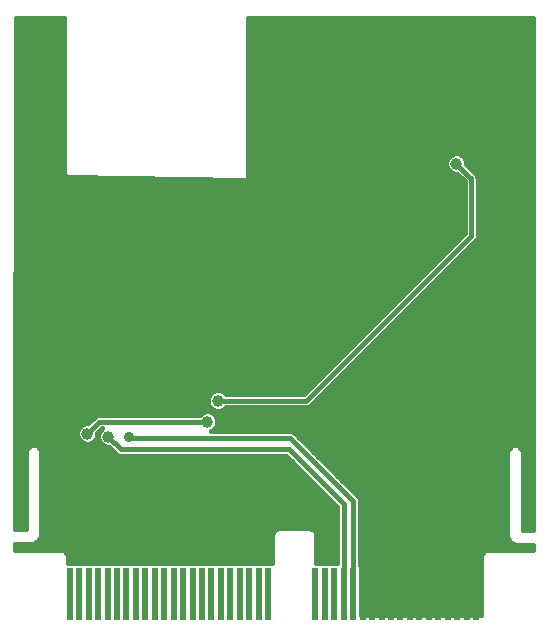
<source format=gbl>
G75*
%MOIN*%
%OFA0B0*%
%FSLAX25Y25*%
%IPPOS*%
%LPD*%
%AMOC8*
5,1,8,0,0,1.08239X$1,22.5*
%
%ADD10R,0.02362X0.17717*%
%ADD11C,0.03962*%
%ADD12C,0.01600*%
%ADD13C,0.03569*%
D10*
X0022650Y0014449D03*
X0025799Y0014449D03*
X0028949Y0014449D03*
X0032098Y0014449D03*
X0035248Y0014449D03*
X0038398Y0014449D03*
X0041547Y0014449D03*
X0044697Y0014449D03*
X0047846Y0014449D03*
X0050996Y0014449D03*
X0054146Y0014449D03*
X0057295Y0014449D03*
X0060445Y0014449D03*
X0063594Y0014449D03*
X0066744Y0014449D03*
X0069894Y0014449D03*
X0073043Y0014449D03*
X0076193Y0014449D03*
X0079343Y0014449D03*
X0082492Y0014449D03*
X0085642Y0014449D03*
X0088791Y0014449D03*
X0104539Y0014449D03*
X0107689Y0014449D03*
X0110839Y0014449D03*
X0113988Y0014449D03*
X0117138Y0014449D03*
X0120287Y0014449D03*
X0123437Y0014449D03*
X0126587Y0014449D03*
X0129736Y0014449D03*
X0132886Y0014449D03*
X0136035Y0014449D03*
X0139185Y0014449D03*
X0142335Y0014449D03*
X0145484Y0014449D03*
X0148634Y0014449D03*
X0151783Y0014449D03*
X0154933Y0014449D03*
X0158083Y0014449D03*
D11*
X0163500Y0038000D03*
X0163500Y0051000D03*
X0163500Y0065000D03*
X0163500Y0078000D03*
X0148500Y0078000D03*
X0148500Y0065000D03*
X0148500Y0051000D03*
X0148500Y0038000D03*
X0148500Y0099000D03*
X0162500Y0099000D03*
X0162500Y0121000D03*
X0151500Y0121000D03*
X0146500Y0138000D03*
X0151500Y0158000D03*
X0149500Y0169500D03*
X0149500Y0184500D03*
X0149500Y0199500D03*
X0134500Y0199500D03*
X0134500Y0184500D03*
X0134500Y0169500D03*
X0119500Y0169500D03*
X0119500Y0184500D03*
X0119500Y0199500D03*
X0106500Y0145000D03*
X0119505Y0132581D03*
X0085500Y0108000D03*
X0075500Y0108000D03*
X0073900Y0118600D03*
X0071500Y0130000D03*
X0072700Y0141700D03*
X0064500Y0108000D03*
X0075500Y0096000D03*
X0072100Y0079000D03*
X0068500Y0072000D03*
X0037500Y0044000D03*
X0035500Y0067000D03*
X0028500Y0068000D03*
X0035500Y0083000D03*
D12*
X0031589Y0074200D02*
X0028770Y0071381D01*
X0027827Y0071381D01*
X0026585Y0070866D01*
X0025634Y0069915D01*
X0025119Y0068673D01*
X0025119Y0067327D01*
X0025634Y0066085D01*
X0026585Y0065134D01*
X0027827Y0064619D01*
X0029173Y0064619D01*
X0030415Y0065134D01*
X0031366Y0066085D01*
X0031881Y0067327D01*
X0031881Y0068270D01*
X0033411Y0069800D01*
X0033518Y0069800D01*
X0032634Y0068915D01*
X0032119Y0067673D01*
X0032119Y0066327D01*
X0032634Y0065085D01*
X0033585Y0064134D01*
X0034827Y0063619D01*
X0035770Y0063619D01*
X0038789Y0060600D01*
X0094689Y0060600D01*
X0111788Y0043501D01*
X0111788Y0024707D01*
X0104727Y0024707D01*
X0104727Y0034444D01*
X0104339Y0035381D01*
X0103622Y0036099D01*
X0102684Y0036487D01*
X0092221Y0036487D01*
X0091284Y0036099D01*
X0090567Y0035381D01*
X0090178Y0034444D01*
X0090178Y0024707D01*
X0022050Y0024707D01*
X0022050Y0027200D01*
X0021662Y0028137D01*
X0020944Y0028855D01*
X0020007Y0029243D01*
X0004564Y0029243D01*
X0004565Y0031190D01*
X0010460Y0031190D01*
X0012192Y0032190D01*
X0013192Y0033922D01*
X0013192Y0062082D01*
X0012804Y0063019D01*
X0012086Y0063737D01*
X0011149Y0064125D01*
X0010134Y0064125D01*
X0009197Y0063737D01*
X0008480Y0063019D01*
X0008092Y0062082D01*
X0008092Y0036290D01*
X0004570Y0036290D01*
X0004737Y0206602D01*
X0020900Y0206611D01*
X0020900Y0155014D01*
X0020889Y0154365D01*
X0020900Y0154353D01*
X0020900Y0154337D01*
X0021359Y0153878D01*
X0021810Y0153412D01*
X0021826Y0153411D01*
X0021837Y0153400D01*
X0022486Y0153400D01*
X0079826Y0152411D01*
X0079837Y0152400D01*
X0080486Y0152400D01*
X0081135Y0152389D01*
X0081147Y0152400D01*
X0081163Y0152400D01*
X0081622Y0152859D01*
X0082088Y0153310D01*
X0082089Y0153326D01*
X0082100Y0153337D01*
X0082100Y0153986D01*
X0082111Y0154635D01*
X0082100Y0154647D01*
X0082100Y0206646D01*
X0177200Y0206699D01*
X0177200Y0035896D01*
X0173625Y0035896D01*
X0173625Y0062082D01*
X0173237Y0063019D01*
X0172519Y0063737D01*
X0171582Y0064125D01*
X0170568Y0064125D01*
X0169630Y0063737D01*
X0168913Y0063019D01*
X0168525Y0062082D01*
X0168525Y0033528D01*
X0169525Y0031796D01*
X0171256Y0030796D01*
X0177200Y0030796D01*
X0177200Y0029243D01*
X0161709Y0029243D01*
X0160772Y0028855D01*
X0160055Y0028137D01*
X0159667Y0027200D01*
X0159667Y0007550D01*
X0119719Y0007550D01*
X0119719Y0023887D01*
X0119338Y0024268D01*
X0119338Y0046473D01*
X0098300Y0067511D01*
X0097011Y0068800D01*
X0069610Y0068800D01*
X0070415Y0069134D01*
X0071366Y0070085D01*
X0071881Y0071327D01*
X0071881Y0072673D01*
X0071366Y0073915D01*
X0070415Y0074866D01*
X0069173Y0075381D01*
X0067827Y0075381D01*
X0066585Y0074866D01*
X0065918Y0074200D01*
X0031589Y0074200D01*
X0030489Y0073100D02*
X0004606Y0073100D01*
X0004605Y0071502D02*
X0028890Y0071502D01*
X0028500Y0068000D02*
X0032500Y0072000D01*
X0068500Y0072000D01*
X0066417Y0074699D02*
X0004608Y0074699D01*
X0004609Y0076297D02*
X0070021Y0076297D01*
X0070185Y0076134D02*
X0071427Y0075619D01*
X0072773Y0075619D01*
X0074015Y0076134D01*
X0074682Y0076800D01*
X0102411Y0076800D01*
X0158700Y0133089D01*
X0158700Y0153497D01*
X0158506Y0153691D01*
X0158407Y0153929D01*
X0158407Y0154204D01*
X0157735Y0154877D01*
X0157118Y0155493D01*
X0154881Y0157730D01*
X0154881Y0158673D01*
X0154366Y0159915D01*
X0153415Y0160866D01*
X0152173Y0161381D01*
X0150827Y0161381D01*
X0149585Y0160866D01*
X0148634Y0159915D01*
X0148119Y0158673D01*
X0148119Y0157327D01*
X0148634Y0156085D01*
X0149585Y0155134D01*
X0150827Y0154619D01*
X0151770Y0154619D01*
X0154300Y0152089D01*
X0154300Y0151675D01*
X0154300Y0134911D01*
X0100589Y0081200D01*
X0074682Y0081200D01*
X0074015Y0081866D01*
X0072773Y0082381D01*
X0071427Y0082381D01*
X0070185Y0081866D01*
X0069234Y0080915D01*
X0068719Y0079673D01*
X0068719Y0078327D01*
X0069234Y0077085D01*
X0070185Y0076134D01*
X0070583Y0074699D02*
X0177200Y0074699D01*
X0177200Y0076297D02*
X0074179Y0076297D01*
X0072100Y0079000D02*
X0101500Y0079000D01*
X0156500Y0134000D01*
X0156500Y0152586D01*
X0156207Y0153293D02*
X0151500Y0158000D01*
X0154572Y0159420D02*
X0177200Y0159420D01*
X0177200Y0161018D02*
X0153048Y0161018D01*
X0149952Y0161018D02*
X0082100Y0161018D01*
X0082100Y0159420D02*
X0148428Y0159420D01*
X0148119Y0157821D02*
X0082100Y0157821D01*
X0082100Y0156223D02*
X0148576Y0156223D01*
X0150814Y0154624D02*
X0082111Y0154624D01*
X0081794Y0153026D02*
X0153363Y0153026D01*
X0154300Y0151427D02*
X0004683Y0151427D01*
X0004681Y0149829D02*
X0154300Y0149829D01*
X0154300Y0148230D02*
X0004680Y0148230D01*
X0004678Y0146632D02*
X0154300Y0146632D01*
X0154300Y0145033D02*
X0004677Y0145033D01*
X0004675Y0143435D02*
X0154300Y0143435D01*
X0154300Y0141836D02*
X0004673Y0141836D01*
X0004672Y0140238D02*
X0154300Y0140238D01*
X0154300Y0138639D02*
X0004670Y0138639D01*
X0004669Y0137041D02*
X0154300Y0137041D01*
X0154300Y0135442D02*
X0004667Y0135442D01*
X0004666Y0133844D02*
X0153232Y0133844D01*
X0151634Y0132245D02*
X0004664Y0132245D01*
X0004663Y0130647D02*
X0150035Y0130647D01*
X0148437Y0129048D02*
X0004661Y0129048D01*
X0004659Y0127450D02*
X0146838Y0127450D01*
X0145240Y0125851D02*
X0004658Y0125851D01*
X0004656Y0124253D02*
X0143641Y0124253D01*
X0142043Y0122654D02*
X0004655Y0122654D01*
X0004653Y0121056D02*
X0140444Y0121056D01*
X0138846Y0119457D02*
X0004652Y0119457D01*
X0004650Y0117859D02*
X0137247Y0117859D01*
X0135649Y0116260D02*
X0004648Y0116260D01*
X0004647Y0114662D02*
X0134050Y0114662D01*
X0132452Y0113063D02*
X0004645Y0113063D01*
X0004644Y0111465D02*
X0130853Y0111465D01*
X0129255Y0109866D02*
X0004642Y0109866D01*
X0004641Y0108268D02*
X0127656Y0108268D01*
X0126058Y0106669D02*
X0004639Y0106669D01*
X0004638Y0105070D02*
X0124459Y0105070D01*
X0122861Y0103472D02*
X0004636Y0103472D01*
X0004634Y0101873D02*
X0121262Y0101873D01*
X0119664Y0100275D02*
X0004633Y0100275D01*
X0004631Y0098676D02*
X0118065Y0098676D01*
X0116467Y0097078D02*
X0004630Y0097078D01*
X0004628Y0095479D02*
X0114868Y0095479D01*
X0113270Y0093881D02*
X0004627Y0093881D01*
X0004625Y0092282D02*
X0111671Y0092282D01*
X0110073Y0090684D02*
X0004624Y0090684D01*
X0004622Y0089085D02*
X0108474Y0089085D01*
X0106876Y0087487D02*
X0004620Y0087487D01*
X0004619Y0085888D02*
X0105277Y0085888D01*
X0103679Y0084290D02*
X0004617Y0084290D01*
X0004616Y0082691D02*
X0102080Y0082691D01*
X0105106Y0079494D02*
X0177200Y0079494D01*
X0177200Y0077896D02*
X0103507Y0077896D01*
X0106704Y0081093D02*
X0177200Y0081093D01*
X0177200Y0082691D02*
X0108303Y0082691D01*
X0109901Y0084290D02*
X0177200Y0084290D01*
X0177200Y0085888D02*
X0111500Y0085888D01*
X0113098Y0087487D02*
X0177200Y0087487D01*
X0177200Y0089085D02*
X0114697Y0089085D01*
X0116295Y0090684D02*
X0177200Y0090684D01*
X0177200Y0092282D02*
X0117894Y0092282D01*
X0119492Y0093881D02*
X0177200Y0093881D01*
X0177200Y0095479D02*
X0121091Y0095479D01*
X0122689Y0097078D02*
X0177200Y0097078D01*
X0177200Y0098676D02*
X0124288Y0098676D01*
X0125886Y0100275D02*
X0177200Y0100275D01*
X0177200Y0101873D02*
X0127485Y0101873D01*
X0129083Y0103472D02*
X0177200Y0103472D01*
X0177200Y0105070D02*
X0130682Y0105070D01*
X0132280Y0106669D02*
X0177200Y0106669D01*
X0177200Y0108268D02*
X0133879Y0108268D01*
X0135477Y0109866D02*
X0177200Y0109866D01*
X0177200Y0111465D02*
X0137076Y0111465D01*
X0138674Y0113063D02*
X0177200Y0113063D01*
X0177200Y0114662D02*
X0140273Y0114662D01*
X0141871Y0116260D02*
X0177200Y0116260D01*
X0177200Y0117859D02*
X0143470Y0117859D01*
X0145068Y0119457D02*
X0177200Y0119457D01*
X0177200Y0121056D02*
X0146667Y0121056D01*
X0148265Y0122654D02*
X0177200Y0122654D01*
X0177200Y0124253D02*
X0149864Y0124253D01*
X0151462Y0125851D02*
X0177200Y0125851D01*
X0177200Y0127450D02*
X0153061Y0127450D01*
X0154659Y0129048D02*
X0177200Y0129048D01*
X0177200Y0130647D02*
X0156258Y0130647D01*
X0157856Y0132245D02*
X0177200Y0132245D01*
X0177200Y0133844D02*
X0158700Y0133844D01*
X0158700Y0135442D02*
X0177200Y0135442D01*
X0177200Y0137041D02*
X0158700Y0137041D01*
X0158700Y0138639D02*
X0177200Y0138639D01*
X0177200Y0140238D02*
X0158700Y0140238D01*
X0158700Y0141836D02*
X0177200Y0141836D01*
X0177200Y0143435D02*
X0158700Y0143435D01*
X0158700Y0145033D02*
X0177200Y0145033D01*
X0177200Y0146632D02*
X0158700Y0146632D01*
X0158700Y0148230D02*
X0177200Y0148230D01*
X0177200Y0149829D02*
X0158700Y0149829D01*
X0158700Y0151427D02*
X0177200Y0151427D01*
X0177200Y0153026D02*
X0158700Y0153026D01*
X0157987Y0154624D02*
X0177200Y0154624D01*
X0177200Y0156223D02*
X0156388Y0156223D01*
X0157118Y0155493D02*
X0157118Y0155493D01*
X0154881Y0157821D02*
X0177200Y0157821D01*
X0177200Y0162617D02*
X0082100Y0162617D01*
X0082100Y0164215D02*
X0177200Y0164215D01*
X0177200Y0165814D02*
X0082100Y0165814D01*
X0082100Y0167412D02*
X0177200Y0167412D01*
X0177200Y0169011D02*
X0082100Y0169011D01*
X0082100Y0170609D02*
X0177200Y0170609D01*
X0177200Y0172208D02*
X0082100Y0172208D01*
X0082100Y0173806D02*
X0177200Y0173806D01*
X0177200Y0175405D02*
X0082100Y0175405D01*
X0082100Y0177003D02*
X0177200Y0177003D01*
X0177200Y0178602D02*
X0082100Y0178602D01*
X0082100Y0180201D02*
X0177200Y0180201D01*
X0177200Y0181799D02*
X0082100Y0181799D01*
X0082100Y0183398D02*
X0177200Y0183398D01*
X0177200Y0184996D02*
X0082100Y0184996D01*
X0082100Y0186595D02*
X0177200Y0186595D01*
X0177200Y0188193D02*
X0082100Y0188193D01*
X0082100Y0189792D02*
X0177200Y0189792D01*
X0177200Y0191390D02*
X0082100Y0191390D01*
X0082100Y0192989D02*
X0177200Y0192989D01*
X0177200Y0194587D02*
X0082100Y0194587D01*
X0082100Y0196186D02*
X0177200Y0196186D01*
X0177200Y0197784D02*
X0082100Y0197784D01*
X0082100Y0199383D02*
X0177200Y0199383D01*
X0177200Y0200981D02*
X0082100Y0200981D01*
X0082100Y0202580D02*
X0177200Y0202580D01*
X0177200Y0204178D02*
X0082100Y0204178D01*
X0082100Y0205777D02*
X0177200Y0205777D01*
X0156207Y0153293D02*
X0156249Y0153249D01*
X0156287Y0153203D01*
X0156323Y0153154D01*
X0156356Y0153103D01*
X0156385Y0153051D01*
X0156412Y0152996D01*
X0156435Y0152941D01*
X0156455Y0152884D01*
X0156471Y0152825D01*
X0156484Y0152766D01*
X0156493Y0152707D01*
X0156498Y0152646D01*
X0156500Y0152586D01*
X0177200Y0073100D02*
X0071704Y0073100D01*
X0071881Y0071502D02*
X0177200Y0071502D01*
X0177200Y0069903D02*
X0071185Y0069903D01*
X0068898Y0077896D02*
X0004611Y0077896D01*
X0004613Y0079494D02*
X0068719Y0079494D01*
X0069411Y0081093D02*
X0004614Y0081093D01*
X0004603Y0069903D02*
X0025629Y0069903D01*
X0025119Y0068305D02*
X0004602Y0068305D01*
X0004600Y0066706D02*
X0025376Y0066706D01*
X0026647Y0065108D02*
X0004599Y0065108D01*
X0004597Y0063509D02*
X0008970Y0063509D01*
X0008092Y0061911D02*
X0004595Y0061911D01*
X0004594Y0060312D02*
X0008092Y0060312D01*
X0008092Y0058714D02*
X0004592Y0058714D01*
X0004591Y0057115D02*
X0008092Y0057115D01*
X0008092Y0055517D02*
X0004589Y0055517D01*
X0004588Y0053918D02*
X0008092Y0053918D01*
X0008092Y0052320D02*
X0004586Y0052320D01*
X0004584Y0050721D02*
X0008092Y0050721D01*
X0008092Y0049123D02*
X0004583Y0049123D01*
X0004581Y0047524D02*
X0008092Y0047524D01*
X0008092Y0045926D02*
X0004580Y0045926D01*
X0004578Y0044327D02*
X0008092Y0044327D01*
X0008092Y0042729D02*
X0004577Y0042729D01*
X0004575Y0041130D02*
X0008092Y0041130D01*
X0008092Y0039532D02*
X0004574Y0039532D01*
X0004572Y0037933D02*
X0008092Y0037933D01*
X0008092Y0036334D02*
X0004570Y0036334D01*
X0004564Y0029940D02*
X0090178Y0029940D01*
X0090178Y0028342D02*
X0021457Y0028342D01*
X0022050Y0026743D02*
X0090178Y0026743D01*
X0090178Y0025145D02*
X0022050Y0025145D01*
X0012739Y0033137D02*
X0090178Y0033137D01*
X0090178Y0031539D02*
X0011065Y0031539D01*
X0012192Y0032190D02*
X0012192Y0032190D01*
X0012192Y0032190D01*
X0013192Y0034736D02*
X0090299Y0034736D01*
X0091853Y0036334D02*
X0013192Y0036334D01*
X0013192Y0037933D02*
X0111788Y0037933D01*
X0111788Y0036334D02*
X0103053Y0036334D01*
X0104606Y0034736D02*
X0111788Y0034736D01*
X0111788Y0033137D02*
X0104727Y0033137D01*
X0104727Y0031539D02*
X0111788Y0031539D01*
X0111788Y0029940D02*
X0104727Y0029940D01*
X0104727Y0028342D02*
X0111788Y0028342D01*
X0111788Y0026743D02*
X0104727Y0026743D01*
X0104727Y0025145D02*
X0111788Y0025145D01*
X0119338Y0025145D02*
X0159667Y0025145D01*
X0159667Y0026743D02*
X0119338Y0026743D01*
X0119338Y0028342D02*
X0160259Y0028342D01*
X0159667Y0023546D02*
X0119719Y0023546D01*
X0119719Y0021948D02*
X0159667Y0021948D01*
X0159667Y0020349D02*
X0119719Y0020349D01*
X0119719Y0018751D02*
X0159667Y0018751D01*
X0159667Y0017152D02*
X0119719Y0017152D01*
X0119719Y0015554D02*
X0159667Y0015554D01*
X0159667Y0013955D02*
X0119719Y0013955D01*
X0119719Y0012357D02*
X0159667Y0012357D01*
X0159667Y0010758D02*
X0119719Y0010758D01*
X0119719Y0009160D02*
X0159667Y0009160D01*
X0159667Y0007561D02*
X0119719Y0007561D01*
X0117138Y0014449D02*
X0117138Y0045562D01*
X0096100Y0066600D01*
X0042538Y0066600D01*
X0042319Y0066819D01*
X0039700Y0062800D02*
X0035500Y0067000D01*
X0035880Y0063509D02*
X0012314Y0063509D01*
X0013192Y0061911D02*
X0037478Y0061911D01*
X0039700Y0062800D02*
X0095600Y0062800D01*
X0113988Y0044412D01*
X0113988Y0014449D01*
X0119338Y0029940D02*
X0177200Y0029940D01*
X0177200Y0036334D02*
X0173625Y0036334D01*
X0173625Y0037933D02*
X0177200Y0037933D01*
X0177200Y0039532D02*
X0173625Y0039532D01*
X0173625Y0041130D02*
X0177200Y0041130D01*
X0177200Y0042729D02*
X0173625Y0042729D01*
X0173625Y0044327D02*
X0177200Y0044327D01*
X0177200Y0045926D02*
X0173625Y0045926D01*
X0173625Y0047524D02*
X0177200Y0047524D01*
X0177200Y0049123D02*
X0173625Y0049123D01*
X0173625Y0050721D02*
X0177200Y0050721D01*
X0177200Y0052320D02*
X0173625Y0052320D01*
X0173625Y0053918D02*
X0177200Y0053918D01*
X0177200Y0055517D02*
X0173625Y0055517D01*
X0173625Y0057115D02*
X0177200Y0057115D01*
X0177200Y0058714D02*
X0173625Y0058714D01*
X0173625Y0060312D02*
X0177200Y0060312D01*
X0177200Y0061911D02*
X0173625Y0061911D01*
X0172747Y0063509D02*
X0177200Y0063509D01*
X0177200Y0065108D02*
X0100704Y0065108D01*
X0102302Y0063509D02*
X0169403Y0063509D01*
X0168525Y0061911D02*
X0103901Y0061911D01*
X0105499Y0060312D02*
X0168525Y0060312D01*
X0168525Y0058714D02*
X0107098Y0058714D01*
X0108696Y0057115D02*
X0168525Y0057115D01*
X0168525Y0055517D02*
X0110295Y0055517D01*
X0111893Y0053918D02*
X0168525Y0053918D01*
X0168525Y0052320D02*
X0113492Y0052320D01*
X0115090Y0050721D02*
X0168525Y0050721D01*
X0168525Y0049123D02*
X0116689Y0049123D01*
X0118287Y0047524D02*
X0168525Y0047524D01*
X0168525Y0045926D02*
X0119338Y0045926D01*
X0119338Y0044327D02*
X0168525Y0044327D01*
X0168525Y0042729D02*
X0119338Y0042729D01*
X0119338Y0041130D02*
X0168525Y0041130D01*
X0168525Y0039532D02*
X0119338Y0039532D01*
X0119338Y0037933D02*
X0168525Y0037933D01*
X0168525Y0036334D02*
X0119338Y0036334D01*
X0119338Y0034736D02*
X0168525Y0034736D01*
X0168750Y0033137D02*
X0119338Y0033137D01*
X0119338Y0031539D02*
X0169970Y0031539D01*
X0169525Y0031796D02*
X0169525Y0031796D01*
X0169525Y0031796D01*
X0177200Y0066706D02*
X0099105Y0066706D01*
X0097507Y0068305D02*
X0177200Y0068305D01*
X0111788Y0042729D02*
X0013192Y0042729D01*
X0013192Y0044327D02*
X0110962Y0044327D01*
X0109363Y0045926D02*
X0013192Y0045926D01*
X0013192Y0047524D02*
X0107765Y0047524D01*
X0106166Y0049123D02*
X0013192Y0049123D01*
X0013192Y0050721D02*
X0104568Y0050721D01*
X0102969Y0052320D02*
X0013192Y0052320D01*
X0013192Y0053918D02*
X0101371Y0053918D01*
X0099772Y0055517D02*
X0013192Y0055517D01*
X0013192Y0057115D02*
X0098174Y0057115D01*
X0096575Y0058714D02*
X0013192Y0058714D01*
X0013192Y0060312D02*
X0094977Y0060312D01*
X0111788Y0041130D02*
X0013192Y0041130D01*
X0013192Y0039532D02*
X0111788Y0039532D01*
X0032624Y0065108D02*
X0030353Y0065108D01*
X0031624Y0066706D02*
X0032119Y0066706D01*
X0031916Y0068305D02*
X0032381Y0068305D01*
X0044189Y0153026D02*
X0004684Y0153026D01*
X0004686Y0154624D02*
X0020893Y0154624D01*
X0020900Y0156223D02*
X0004688Y0156223D01*
X0004689Y0157821D02*
X0020900Y0157821D01*
X0020900Y0159420D02*
X0004691Y0159420D01*
X0004692Y0161018D02*
X0020900Y0161018D01*
X0020900Y0162617D02*
X0004694Y0162617D01*
X0004695Y0164215D02*
X0020900Y0164215D01*
X0020900Y0165814D02*
X0004697Y0165814D01*
X0004698Y0167412D02*
X0020900Y0167412D01*
X0020900Y0169011D02*
X0004700Y0169011D01*
X0004702Y0170609D02*
X0020900Y0170609D01*
X0020900Y0172208D02*
X0004703Y0172208D01*
X0004705Y0173806D02*
X0020900Y0173806D01*
X0020900Y0175405D02*
X0004706Y0175405D01*
X0004708Y0177003D02*
X0020900Y0177003D01*
X0020900Y0178602D02*
X0004709Y0178602D01*
X0004711Y0180201D02*
X0020900Y0180201D01*
X0020900Y0181799D02*
X0004713Y0181799D01*
X0004714Y0183398D02*
X0020900Y0183398D01*
X0020900Y0184996D02*
X0004716Y0184996D01*
X0004717Y0186595D02*
X0020900Y0186595D01*
X0020900Y0188193D02*
X0004719Y0188193D01*
X0004720Y0189792D02*
X0020900Y0189792D01*
X0020900Y0191390D02*
X0004722Y0191390D01*
X0004723Y0192989D02*
X0020900Y0192989D01*
X0020900Y0194587D02*
X0004725Y0194587D01*
X0004727Y0196186D02*
X0020900Y0196186D01*
X0020900Y0197784D02*
X0004728Y0197784D01*
X0004730Y0199383D02*
X0020900Y0199383D01*
X0020900Y0200981D02*
X0004731Y0200981D01*
X0004733Y0202580D02*
X0020900Y0202580D01*
X0020900Y0204178D02*
X0004734Y0204178D01*
X0004736Y0205777D02*
X0020900Y0205777D01*
D13*
X0042319Y0066819D03*
M02*

</source>
